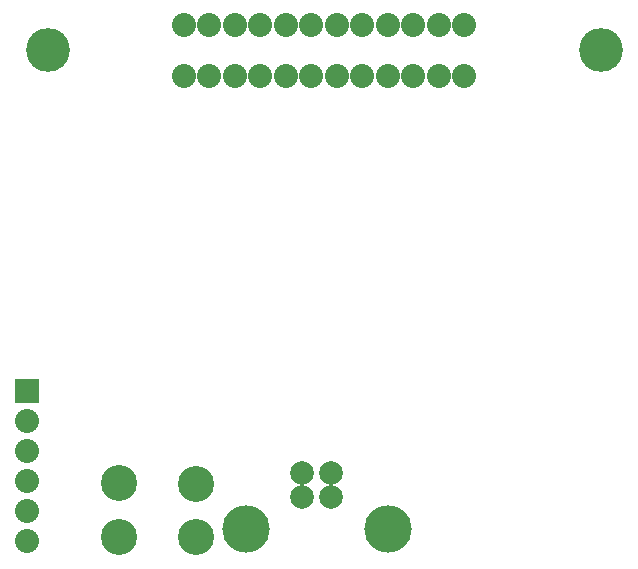
<source format=gbs>
G04 (created by PCBNEW-RS274X (2011-nov-30)-testing) date Mon 27 Feb 2012 01:24:57 PM EST*
G01*
G70*
G90*
%MOIN*%
G04 Gerber Fmt 3.4, Leading zero omitted, Abs format*
%FSLAX34Y34*%
G04 APERTURE LIST*
%ADD10C,0.006000*%
%ADD11C,0.120000*%
%ADD12C,0.079100*%
%ADD13C,0.157800*%
%ADD14C,0.080000*%
%ADD15C,0.146000*%
%ADD16R,0.080000X0.080000*%
G04 APERTURE END LIST*
G54D10*
G54D11*
X52520Y-49386D03*
X52520Y-47575D03*
X55080Y-49386D03*
X55080Y-47614D03*
G54D12*
X58610Y-48030D03*
X59590Y-48030D03*
X59590Y-47240D03*
X58610Y-47240D03*
G54D13*
X56730Y-49100D03*
X61470Y-49100D03*
G54D14*
X59775Y-33995D03*
X60625Y-33995D03*
X58075Y-33995D03*
X58925Y-33995D03*
X59775Y-32305D03*
X58925Y-32305D03*
X58075Y-32305D03*
X60625Y-32305D03*
X57225Y-33995D03*
X56375Y-33995D03*
X55525Y-33995D03*
X54675Y-33995D03*
X57225Y-32305D03*
X56375Y-32305D03*
X55525Y-32305D03*
X54675Y-32305D03*
X61475Y-33995D03*
X62325Y-33995D03*
X63175Y-33995D03*
X64025Y-33995D03*
X61475Y-32305D03*
X62325Y-32305D03*
X63175Y-32305D03*
X64025Y-32305D03*
G54D15*
X68565Y-33150D03*
X50135Y-33150D03*
G54D16*
X49450Y-44500D03*
G54D14*
X49450Y-45500D03*
X49450Y-46500D03*
X49450Y-47500D03*
X49450Y-48500D03*
X49450Y-49500D03*
M02*

</source>
